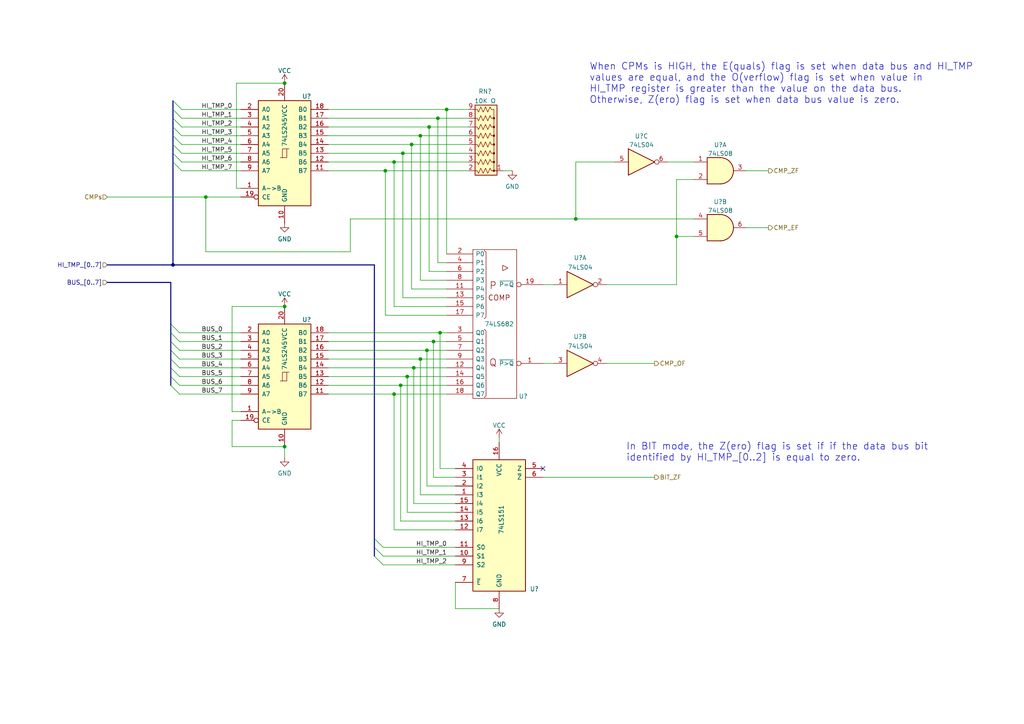
<source format=kicad_sch>
(kicad_sch (version 20211123) (generator eeschema)
  (paper "A4")
  (title_block (title "Advanced Arithmetic Logic Unit - Comparison Unit"))
  (lib_symbols
    (symbol "74xx:74LS04"
      (property "Reference" "U" (at 0 1.27 0))
      (property "Value" "74LS04" (at 0 -1.27 0))
      (symbol "74LS04_1_0"
        (polyline (pts (xy -3.81 3.81) (xy -3.81 -3.81) (xy 3.81 0) (xy -3.81 3.81)) (stroke (width 0.254)) (fill (type background)))
        (pin input line (at -7.62 0 0) (length 3.81) (name "~") (number "1"))
        (pin output inverted (at 7.62 0 180) (length 3.81) (name "~") (number "2"))
      )
      (symbol "74LS04_2_0"
        (polyline (pts (xy -3.81 3.81) (xy -3.81 -3.81) (xy 3.81 0) (xy -3.81 3.81)) (stroke (width 0.254)) (fill (type background)))
        (pin input line (at -7.62 0 0) (length 3.81) (name "~") (number "3"))
        (pin output inverted (at 7.62 0 180) (length 3.81) (name "~") (number "4"))
      )
      (symbol "74LS04_3_0"
        (polyline (pts (xy -3.81 3.81) (xy -3.81 -3.81) (xy 3.81 0) (xy -3.81 3.81)) (stroke (width 0.254)) (fill (type background)))
        (pin input line (at -7.62 0 0) (length 3.81) (name "~") (number "5"))
        (pin output inverted (at 7.62 0 180) (length 3.81) (name "~") (number "6"))
      )
      (symbol "74LS04_4_0"
        (polyline (pts (xy -3.81 3.81) (xy -3.81 -3.81) (xy 3.81 0) (xy -3.81 3.81)) (stroke (width 0.254)) (fill (type background)))
        (pin output inverted (at 7.62 0 180) (length 3.81) (name "~") (number "8"))
        (pin input line (at -7.62 0 0) (length 3.81) (name "~") (number "9"))
      )
      (symbol "74LS04_5_0"
        (polyline (pts (xy -3.81 3.81) (xy -3.81 -3.81) (xy 3.81 0) (xy -3.81 3.81)) (stroke (width 0.254)) (fill (type background)))
        (pin output inverted (at 7.62 0 180) (length 3.81) (name "~") (number "10"))
        (pin input line (at -7.62 0 0) (length 3.81) (name "~") (number "11"))
      )
      (symbol "74LS04_6_0"
        (polyline (pts (xy -3.81 3.81) (xy -3.81 -3.81) (xy 3.81 0) (xy -3.81 3.81)) (stroke (width 0.254)) (fill (type background)))
        (pin output inverted (at 7.62 0 180) (length 3.81) (name "~") (number "12"))
        (pin input line (at -7.62 0 0) (length 3.81) (name "~") (number "13"))
      )
      (symbol "74LS04_7_0"
        (pin power_in line (at 0 12.7 270) (length 5.08) (name "VCC") (number "14"))
        (pin power_in line (at 0 -12.7 90) (length 5.08) (name "GND") (number "7"))
      )
      (symbol "74LS04_7_1"
        (rectangle (start -5.08 7.62) (end 5.08 -7.62) (stroke (width 0.254)) (fill (type background)))
      )
    )
    (symbol "74xx:74LS08" (pin_names (offset 1.016))
      (property "Reference" "U" (at 0 1.27 0))
      (property "Value" "74LS08" (at 0 -1.27 0))
      (symbol "74LS08_1_1"
        (arc (start 0 -3.81) (mid 3.81 0) (end 0 3.81) (stroke (width 0.254)) (fill (type background)))
        (polyline (pts (xy 0 3.81) (xy -3.81 3.81) (xy -3.81 -3.81) (xy 0 -3.81)) (stroke (width 0.254)) (fill (type background)))
        (pin input line (at -7.62 2.54 0) (length 3.81) (name "~") (number "1"))
        (pin input line (at -7.62 -2.54 0) (length 3.81) (name "~") (number "2"))
        (pin output line (at 7.62 0 180) (length 3.81) (name "~") (number "3"))
      )
      (symbol "74LS08_1_2"
        (arc (start -3.81 -3.81) (mid -2.589 0) (end -3.81 3.81) (stroke (width 0.254)))
        (arc (start -0.6096 -3.81) (mid 2.1842 -2.5851) (end 3.81 0) (stroke (width 0.254)) (fill (type background)))
        (polyline (pts (xy -3.81 -3.81) (xy -0.635 -3.81)) (stroke (width 0.254)) (fill (type background)))
        (polyline (pts (xy -3.81 3.81) (xy -0.635 3.81)) (stroke (width 0.254)) (fill (type background)))
        (polyline (pts (xy -0.635 3.81) (xy -3.81 3.81) (xy -3.81 3.81) (xy -3.556 3.4036) (xy -3.0226 2.2606) (xy -2.6924 1.0414) (xy -2.6162 -0.254) (xy -2.7686 -1.4986) (xy -3.175 -2.7178) (xy -3.81 -3.81) (xy -3.81 -3.81) (xy -0.635 -3.81)) (stroke (width -25.4)) (fill (type background)))
        (arc (start 3.81 0) (mid 2.1915 2.5936) (end -0.6096 3.81) (stroke (width 0.254)) (fill (type background)))
        (pin input inverted (at -7.62 2.54 0) (length 4.318) (name "~") (number "1"))
        (pin input inverted (at -7.62 -2.54 0) (length 4.318) (name "~") (number "2"))
        (pin output inverted (at 7.62 0 180) (length 3.81) (name "~") (number "3"))
      )
      (symbol "74LS08_2_1"
        (arc (start 0 -3.81) (mid 3.81 0) (end 0 3.81) (stroke (width 0.254)) (fill (type background)))
        (polyline (pts (xy 0 3.81) (xy -3.81 3.81) (xy -3.81 -3.81) (xy 0 -3.81)) (stroke (width 0.254)) (fill (type background)))
        (pin input line (at -7.62 2.54 0) (length 3.81) (name "~") (number "4"))
        (pin input line (at -7.62 -2.54 0) (length 3.81) (name "~") (number "5"))
        (pin output line (at 7.62 0 180) (length 3.81) (name "~") (number "6"))
      )
      (symbol "74LS08_2_2"
        (arc (start -3.81 -3.81) (mid -2.589 0) (end -3.81 3.81) (stroke (width 0.254)))
        (arc (start -0.6096 -3.81) (mid 2.1842 -2.5851) (end 3.81 0) (stroke (width 0.254)) (fill (type background)))
        (polyline (pts (xy -3.81 -3.81) (xy -0.635 -3.81)) (stroke (width 0.254)) (fill (type background)))
        (polyline (pts (xy -3.81 3.81) (xy -0.635 3.81)) (stroke (width 0.254)) (fill (type background)))
        (polyline (pts (xy -0.635 3.81) (xy -3.81 3.81) (xy -3.81 3.81) (xy -3.556 3.4036) (xy -3.0226 2.2606) (xy -2.6924 1.0414) (xy -2.6162 -0.254) (xy -2.7686 -1.4986) (xy -3.175 -2.7178) (xy -3.81 -3.81) (xy -3.81 -3.81) (xy -0.635 -3.81)) (stroke (width -25.4)) (fill (type background)))
        (arc (start 3.81 0) (mid 2.1915 2.5936) (end -0.6096 3.81) (stroke (width 0.254)) (fill (type background)))
        (pin input inverted (at -7.62 2.54 0) (length 4.318) (name "~") (number "4"))
        (pin input inverted (at -7.62 -2.54 0) (length 4.318) (name "~") (number "5"))
        (pin output inverted (at 7.62 0 180) (length 3.81) (name "~") (number "6"))
      )
      (symbol "74LS08_3_1"
        (arc (start 0 -3.81) (mid 3.81 0) (end 0 3.81) (stroke (width 0.254)) (fill (type background)))
        (polyline (pts (xy 0 3.81) (xy -3.81 3.81) (xy -3.81 -3.81) (xy 0 -3.81)) (stroke (width 0.254)) (fill (type background)))
        (pin input line (at -7.62 -2.54 0) (length 3.81) (name "~") (number "10"))
        (pin output line (at 7.62 0 180) (length 3.81) (name "~") (number "8"))
        (pin input line (at -7.62 2.54 0) (length 3.81) (name "~") (number "9"))
      )
      (symbol "74LS08_3_2"
        (arc (start -3.81 -3.81) (mid -2.589 0) (end -3.81 3.81) (stroke (width 0.254)))
        (arc (start -0.6096 -3.81) (mid 2.1842 -2.5851) (end 3.81 0) (stroke (width 0.254)) (fill (type background)))
        (polyline (pts (xy -3.81 -3.81) (xy -0.635 -3.81)) (stroke (width 0.254)) (fill (type background)))
        (polyline (pts (xy -3.81 3.81) (xy -0.635 3.81)) (stroke (width 0.254)) (fill (type background)))
        (polyline (pts (xy -0.635 3.81) (xy -3.81 3.81) (xy -3.81 3.81) (xy -3.556 3.4036) (xy -3.0226 2.2606) (xy -2.6924 1.0414) (xy -2.6162 -0.254) (xy -2.7686 -1.4986) (xy -3.175 -2.7178) (xy -3.81 -3.81) (xy -3.81 -3.81) (xy -0.635 -3.81)) (stroke (width -25.4)) (fill (type background)))
        (arc (start 3.81 0) (mid 2.1915 2.5936) (end -0.6096 3.81) (stroke (width 0.254)) (fill (type background)))
        (pin input inverted (at -7.62 -2.54 0) (length 4.318) (name "~") (number "10"))
        (pin output inverted (at 7.62 0 180) (length 3.81) (name "~") (number "8"))
        (pin input inverted (at -7.62 2.54 0) (length 4.318) (name "~") (number "9"))
      )
      (symbol "74LS08_4_1"
        (arc (start 0 -3.81) (mid 3.81 0) (end 0 3.81) (stroke (width 0.254)) (fill (type background)))
        (polyline (pts (xy 0 3.81) (xy -3.81 3.81) (xy -3.81 -3.81) (xy 0 -3.81)) (stroke (width 0.254)) (fill (type background)))
        (pin output line (at 7.62 0 180) (length 3.81) (name "~") (number "11"))
        (pin input line (at -7.62 2.54 0) (length 3.81) (name "~") (number "12"))
        (pin input line (at -7.62 -2.54 0) (length 3.81) (name "~") (number "13"))
      )
      (symbol "74LS08_4_2"
        (arc (start -3.81 -3.81) (mid -2.589 0) (end -3.81 3.81) (stroke (width 0.254)))
        (arc (start -0.6096 -3.81) (mid 2.1842 -2.5851) (end 3.81 0) (stroke (width 0.254)) (fill (type background)))
        (polyline (pts (xy -3.81 -3.81) (xy -0.635 -3.81)) (stroke (width 0.254)) (fill (type background)))
        (polyline (pts (xy -3.81 3.81) (xy -0.635 3.81)) (stroke (width 0.254)) (fill (type background)))
        (polyline (pts (xy -0.635 3.81) (xy -3.81 3.81) (xy -3.81 3.81) (xy -3.556 3.4036) (xy -3.0226 2.2606) (xy -2.6924 1.0414) (xy -2.6162 -0.254) (xy -2.7686 -1.4986) (xy -3.175 -2.7178) (xy -3.81 -3.81) (xy -3.81 -3.81) (xy -0.635 -3.81)) (stroke (width -25.4)) (fill (type background)))
        (arc (start 3.81 0) (mid 2.1915 2.5936) (end -0.6096 3.81) (stroke (width 0.254)) (fill (type background)))
        (pin output inverted (at 7.62 0 180) (length 3.81) (name "~") (number "11"))
        (pin input inverted (at -7.62 2.54 0) (length 4.318) (name "~") (number "12"))
        (pin input inverted (at -7.62 -2.54 0) (length 4.318) (name "~") (number "13"))
      )
      (symbol "74LS08_5_0"
        (pin power_in line (at 0 12.7 270) (length 5.08) (name "VCC") (number "14"))
        (pin power_in line (at 0 -12.7 90) (length 5.08) (name "GND") (number "7"))
      )
      (symbol "74LS08_5_1"
        (rectangle (start -5.08 7.62) (end 5.08 -7.62) (stroke (width 0.254)) (fill (type background)))
      )
    )
    (symbol "74xx:74LS151" (pin_names (offset 1.016))
      (property "Reference" "U" (at -7.62 19.05 0))
      (property "Value" "74LS151" (at -7.62 -21.59 0))
      (symbol "74LS151_1_0"
        (pin input line (at -12.7 7.62 0) (length 5.08) (name "I3") (number "1"))
        (pin input line (at -12.7 -10.16 0) (length 5.08) (name "S1") (number "10"))
        (pin input line (at -12.7 -7.62 0) (length 5.08) (name "S0") (number "11"))
        (pin input line (at -12.7 -2.54 0) (length 5.08) (name "I7") (number "12"))
        (pin input line (at -12.7 0 0) (length 5.08) (name "I6") (number "13"))
        (pin input line (at -12.7 2.54 0) (length 5.08) (name "I5") (number "14"))
        (pin input line (at -12.7 5.08 0) (length 5.08) (name "I4") (number "15"))
        (pin power_in line (at 0 22.86 270) (length 5.08) (name "VCC") (number "16"))
        (pin input line (at -12.7 10.16 0) (length 5.08) (name "I2") (number "2"))
        (pin input line (at -12.7 12.7 0) (length 5.08) (name "I1") (number "3"))
        (pin input line (at -12.7 15.24 0) (length 5.08) (name "I0") (number "4"))
        (pin output line (at 12.7 15.24 180) (length 5.08) (name "Z") (number "5"))
        (pin output line (at 12.7 12.7 180) (length 5.08) (name "~{Z}") (number "6"))
        (pin input line (at -12.7 -17.78 0) (length 5.08) (name "~{E}") (number "7"))
        (pin power_in line (at 0 -25.4 90) (length 5.08) (name "GND") (number "8"))
        (pin input line (at -12.7 -12.7 0) (length 5.08) (name "S2") (number "9"))
      )
      (symbol "74LS151_1_1"
        (rectangle (start -7.62 17.78) (end 7.62 -20.32) (stroke (width 0.254)) (fill (type background)))
      )
    )
    (symbol "74xx:74LS245" (pin_names (offset 1.016))
      (property "Reference" "U" (at -7.62 16.51 0))
      (property "Value" "74LS245" (at -7.62 -16.51 0))
      (symbol "74LS245_1_0"
        (polyline (pts (xy -0.635 -1.27) (xy -0.635 1.27) (xy 0.635 1.27)))
        (polyline (pts (xy -1.27 -1.27) (xy 0.635 -1.27) (xy 0.635 1.27) (xy 1.27 1.27)))
        (pin input line (at -12.7 -10.16 0) (length 5.08) (name "A->B") (number "1"))
        (pin power_in line (at 0 -20.32 90) (length 5.08) (name "GND") (number "10"))
        (pin tri_state line (at 12.7 -5.08 180) (length 5.08) (name "B7") (number "11"))
        (pin tri_state line (at 12.7 -2.54 180) (length 5.08) (name "B6") (number "12"))
        (pin tri_state line (at 12.7 0 180) (length 5.08) (name "B5") (number "13"))
        (pin tri_state line (at 12.7 2.54 180) (length 5.08) (name "B4") (number "14"))
        (pin tri_state line (at 12.7 5.08 180) (length 5.08) (name "B3") (number "15"))
        (pin tri_state line (at 12.7 7.62 180) (length 5.08) (name "B2") (number "16"))
        (pin tri_state line (at 12.7 10.16 180) (length 5.08) (name "B1") (number "17"))
        (pin tri_state line (at 12.7 12.7 180) (length 5.08) (name "B0") (number "18"))
        (pin input inverted (at -12.7 -12.7 0) (length 5.08) (name "CE") (number "19"))
        (pin tri_state line (at -12.7 12.7 0) (length 5.08) (name "A0") (number "2"))
        (pin power_in line (at 0 20.32 270) (length 5.08) (name "VCC") (number "20"))
        (pin tri_state line (at -12.7 10.16 0) (length 5.08) (name "A1") (number "3"))
        (pin tri_state line (at -12.7 7.62 0) (length 5.08) (name "A2") (number "4"))
        (pin tri_state line (at -12.7 5.08 0) (length 5.08) (name "A3") (number "5"))
        (pin tri_state line (at -12.7 2.54 0) (length 5.08) (name "A4") (number "6"))
        (pin tri_state line (at -12.7 0 0) (length 5.08) (name "A5") (number "7"))
        (pin tri_state line (at -12.7 -2.54 0) (length 5.08) (name "A6") (number "8"))
        (pin tri_state line (at -12.7 -5.08 0) (length 5.08) (name "A7") (number "9"))
      )
      (symbol "74LS245_1_1"
        (rectangle (start -7.62 15.24) (end 7.62 -15.24) (stroke (width 0.254)) (fill (type background)))
      )
    )
    (symbol "74xx_IEEE:74LS682" (pin_names (offset 0.762))
      (property "Reference" "U" (at 7.62 22.86 0))
      (property "Value" "74LS682" (at 10.16 -22.86 0))
      (symbol "74LS682_0_0"
        (polyline (pts (xy 2.286 17.018) (xy 2.286 15.494) (xy 3.81 16.256) (xy 2.286 17.018) (xy 2.286 17.018)))
        (text "COMP" (at 1.27 7.62 0) (effects (font (size 1.524 1.524))))
        (text "P" (at -0.508 11.176 0) (effects (font (size 2.032 2.032))))
        (text "Q" (at -0.508 -11.176 0) (effects (font (size 2.032 2.032))))
      )
      (symbol "74LS682_0_1"
        (rectangle (start -6.35 21.59) (end 6.35 -21.59))
        (polyline (pts (xy -3.048 -1.524) (xy -2.54 -2.032) (xy -2.54 -20.828) (xy -3.048 -21.336) (xy -3.048 -21.336)))
        (polyline (pts (xy -3.048 21.336) (xy -2.54 20.828) (xy -2.54 2.032) (xy -3.048 1.524) (xy -3.048 1.524)))
        (pin power_in line (at 0 -21.59 90) (length 0) hide (name "Gnd") (number "10"))
      )
      (symbol "74LS682_1_1"
        (pin output inverted (at 13.97 -11.43 180) (length 7.62) (name "~{P>Q}") (number "1"))
        (pin input line (at -13.97 10.16 0) (length 7.62) (name "P4") (number "11"))
        (pin input line (at -13.97 -12.7 0) (length 7.62) (name "Q4") (number "12"))
        (pin input line (at -13.97 7.62 0) (length 7.62) (name "P5") (number "13"))
        (pin input line (at -13.97 -15.24 0) (length 7.62) (name "Q5") (number "14"))
        (pin input line (at -13.97 5.08 0) (length 7.62) (name "P6") (number "15"))
        (pin input line (at -13.97 -17.78 0) (length 7.62) (name "Q6") (number "16"))
        (pin input line (at -13.97 2.54 0) (length 7.62) (name "P7") (number "17"))
        (pin input line (at -13.97 -20.32 0) (length 7.62) (name "Q7") (number "18"))
        (pin output inverted (at 13.97 11.43 180) (length 7.62) (name "~{P=Q}") (number "19"))
        (pin input line (at -13.97 20.32 0) (length 7.62) (name "P0") (number "2"))
        (pin power_in line (at 0 21.59 270) (length 0) hide (name "Vcc") (number "20"))
        (pin input line (at -13.97 -2.54 0) (length 7.62) (name "Q0") (number "3"))
        (pin input line (at -13.97 17.78 0) (length 7.62) (name "P1") (number "4"))
        (pin input line (at -13.97 -5.08 0) (length 7.62) (name "Q1") (number "5"))
        (pin input line (at -13.97 15.24 0) (length 7.62) (name "P2") (number "6"))
        (pin input line (at -13.97 -7.62 0) (length 7.62) (name "Q2") (number "7"))
        (pin input line (at -13.97 12.7 0) (length 7.62) (name "P3") (number "8"))
        (pin input line (at -13.97 -10.16 0) (length 7.62) (name "Q3") (number "9"))
      )
    )
    (symbol "Device:R_Network08_US" (pin_names (offset 0) hide)
      (property "Reference" "RN" (at -12.7 0 90))
      (property "Value" "R_Network08_US" (at 10.16 0 90))
      (symbol "R_Network08_US_0_1"
        (rectangle (start -11.43 -3.175) (end 8.89 3.175) (stroke (width 0.254)) (fill (type background)))
        (circle (center -10.16 2.286) (radius 0.254) (fill (type outline)))
        (circle (center -7.62 2.286) (radius 0.254) (fill (type outline)))
        (circle (center -5.08 2.286) (radius 0.254) (fill (type outline)))
        (circle (center -2.54 2.286) (radius 0.254) (fill (type outline)))
        (polyline (pts (xy -10.16 2.286) (xy 7.62 2.286)))
        (polyline (pts (xy -10.16 2.286) (xy -10.16 1.524) (xy -9.398 1.1684) (xy -10.922 0.508) (xy -9.398 -0.1524) (xy -10.922 -0.8382) (xy -9.398 -1.524) (xy -10.922 -2.1844) (xy -10.16 -2.54) (xy -10.16 -3.81)))
        (polyline (pts (xy -7.62 2.286) (xy -7.62 1.524) (xy -6.858 1.1684) (xy -8.382 0.508) (xy -6.858 -0.1524) (xy -8.382 -0.8382) (xy -6.858 -1.524) (xy -8.382 -2.1844) (xy -7.62 -2.54) (xy -7.62 -3.81)))
        (polyline (pts (xy -5.08 2.286) (xy -5.08 1.524) (xy -4.318 1.1684) (xy -5.842 0.508) (xy -4.318 -0.1524) (xy -5.842 -0.8382) (xy -4.318 -1.524) (xy -5.842 -2.1844) (xy -5.08 -2.54) (xy -5.08 -3.81)))
        (polyline (pts (xy -2.54 2.286) (xy -2.54 1.524) (xy -1.778 1.1684) (xy -3.302 0.508) (xy -1.778 -0.1524) (xy -3.302 -0.8382) (xy -1.778 -1.524) (xy -3.302 -2.1844) (xy -2.54 -2.54) (xy -2.54 -3.81)))
        (polyline (pts (xy 0 2.286) (xy 0 1.524) (xy 0.762 1.1684) (xy -0.762 0.508) (xy 0.762 -0.1524) (xy -0.762 -0.8382) (xy 0.762 -1.524) (xy -0.762 -2.1844) (xy 0 -2.54) (xy 0 -3.81)))
        (polyline (pts (xy 2.54 2.286) (xy 2.54 1.524) (xy 3.302 1.1684) (xy 1.778 0.508) (xy 3.302 -0.1524) (xy 1.778 -0.8382) (xy 3.302 -1.524) (xy 1.778 -2.1844) (xy 2.54 -2.54) (xy 2.54 -3.81)))
        (polyline (pts (xy 5.08 2.286) (xy 5.08 1.524) (xy 5.842 1.1684) (xy 4.318 0.508) (xy 5.842 -0.1524) (xy 4.318 -0.8382) (xy 5.842 -1.524) (xy 4.318 -2.1844) (xy 5.08 -2.54) (xy 5.08 -3.81)))
        (polyline (pts (xy 7.62 2.286) (xy 7.62 1.524) (xy 8.382 1.1684) (xy 6.858 0.508) (xy 8.382 -0.1524) (xy 6.858 -0.8382) (xy 8.382 -1.524) (xy 6.858 -2.1844) (xy 7.62 -2.54) (xy 7.62 -3.81)))
        (circle (center 0 2.286) (radius 0.254) (fill (type outline)))
        (circle (center 2.54 2.286) (radius 0.254) (fill (type outline)))
        (circle (center 5.08 2.286) (radius 0.254) (fill (type outline)))
      )
      (symbol "R_Network08_US_1_1"
        (pin passive line (at -10.16 5.08 270) (length 2.54) (name "common") (number "1"))
        (pin passive line (at -10.16 -5.08 90) (length 1.27) (name "R1") (number "2"))
        (pin passive line (at -7.62 -5.08 90) (length 1.27) (name "R2") (number "3"))
        (pin passive line (at -5.08 -5.08 90) (length 1.27) (name "R3") (number "4"))
        (pin passive line (at -2.54 -5.08 90) (length 1.27) (name "R4") (number "5"))
        (pin passive line (at 0 -5.08 90) (length 1.27) (name "R5") (number "6"))
        (pin passive line (at 2.54 -5.08 90) (length 1.27) (name "R6") (number "7"))
        (pin passive line (at 5.08 -5.08 90) (length 1.27) (name "R7") (number "8"))
        (pin passive line (at 7.62 -5.08 90) (length 1.27) (name "R8") (number "9"))
      )
    )
    (symbol "power:GND" (power) (pin_names (offset 0))
      (property "Value" "GND" (at 0 -3.81 0))
      (symbol "GND_0_1"
        (polyline (pts (xy 0 0) (xy 0 -1.27) (xy 1.27 -1.27) (xy 0 -2.54) (xy -1.27 -1.27) (xy 0 -1.27)))
      )
      (symbol "GND_1_1"
        (pin power_in line (at 0 0 270) (length 0) hide (name "GND") (number "1"))
      )
    )
    (symbol "power:VCC" (power) (pin_names (offset 0))
      (property "Value" "VCC" (at 0 3.81 0))
      (symbol "VCC_0_1"
        (polyline (pts (xy -0.762 1.27) (xy 0 2.54)))
        (polyline (pts (xy 0 0) (xy 0 2.54)))
        (polyline (pts (xy 0 2.54) (xy 0.762 1.27)))
      )
      (symbol "VCC_1_1"
        (pin power_in line (at 0 0 90) (length 0) hide (name "VCC") (number "1"))
      )
    )
  )
  (junction (at 119.38 41.91))
  (junction (at 114.3 46.99))
  (junction (at 59.69 57.15))
  (junction (at 121.92 39.37))
  (junction (at 129.54 31.75))
  (junction (at 82.55 129.54))
  (junction (at 196.215 68.58))
  (junction (at 82.55 88.9))
  (junction (at 120.015 106.68))
  (junction (at 116.205 111.76))
  (junction (at 127 34.29))
  (junction (at 114.3 114.3))
  (junction (at 167.005 63.5))
  (junction (at 121.92 104.14))
  (junction (at 111.76 49.53))
  (junction (at 124.46 36.83))
  (junction (at 118.11 109.22))
  (junction (at 127.635 96.52))
  (junction (at 50.165 76.835))
  (junction (at 123.825 101.6))
  (junction (at 116.84 44.45))
  (junction (at 125.73 99.06))
  (junction (at 82.55 24.13))
  (no_connect (at 157.48 135.89))
  (bus_entry (at 108.585 156.21) (size 2.54 2.54))
  (bus_entry (at 49.53 111.76) (size 2.54 2.54))
  (bus_entry (at 49.53 101.6) (size 2.54 2.54))
  (bus_entry (at 49.53 106.68) (size 2.54 2.54))
  (bus_entry (at 50.165 34.29) (size 2.54 2.54))
  (bus_entry (at 108.585 161.29) (size 2.54 2.54))
  (bus_entry (at 49.53 99.06) (size 2.54 2.54))
  (bus_entry (at 49.53 104.14) (size 2.54 2.54))
  (bus_entry (at 50.165 31.75) (size 2.54 2.54))
  (bus_entry (at 50.165 41.91) (size 2.54 2.54))
  (bus_entry (at 108.585 158.75) (size 2.54 2.54))
  (bus_entry (at 49.53 96.52) (size 2.54 2.54))
  (bus_entry (at 49.53 93.98) (size 2.54 2.54))
  (bus_entry (at 50.165 39.37) (size 2.54 2.54))
  (bus_entry (at 50.165 46.99) (size 2.54 2.54))
  (bus_entry (at 49.53 109.22) (size 2.54 2.54))
  (bus_entry (at 50.165 29.21) (size 2.54 2.54))
  (bus_entry (at 50.165 36.83) (size 2.54 2.54))
  (bus_entry (at 50.165 44.45) (size 2.54 2.54))
  (wire (pts (xy 82.55 129.54) (xy 67.31 129.54)))
  (wire (pts (xy 52.07 96.52) (xy 69.85 96.52)))
  (bus (pts (xy 50.165 31.75) (xy 50.165 29.21)))
  (wire (pts (xy 120.015 106.68) (xy 129.54 106.68)))
  (wire (pts (xy 129.54 73.66) (xy 129.54 31.75)))
  (wire (pts (xy 95.25 36.83) (xy 124.46 36.83)))
  (bus (pts (xy 50.165 44.45) (xy 50.165 41.91)))
  (wire (pts (xy 116.205 151.13) (xy 132.08 151.13)))
  (wire (pts (xy 67.31 119.38) (xy 67.31 88.9)))
  (bus (pts (xy 49.53 93.98) (xy 49.53 81.915)))
  (wire (pts (xy 129.54 31.75) (xy 135.89 31.75)))
  (wire (pts (xy 52.07 109.22) (xy 69.85 109.22)))
  (bus (pts (xy 108.585 161.29) (xy 108.585 158.75)))
  (bus (pts (xy 50.165 39.37) (xy 50.165 36.83)))
  (wire (pts (xy 116.84 44.45) (xy 116.84 86.36)))
  (wire (pts (xy 120.015 106.68) (xy 120.015 146.05)))
  (wire (pts (xy 52.07 114.3) (xy 69.85 114.3)))
  (bus (pts (xy 49.53 99.06) (xy 49.53 96.52)))
  (wire (pts (xy 121.92 104.14) (xy 129.54 104.14)))
  (wire (pts (xy 59.69 57.15) (xy 69.85 57.15)))
  (wire (pts (xy 123.825 140.97) (xy 132.08 140.97)))
  (wire (pts (xy 52.07 101.6) (xy 69.85 101.6)))
  (wire (pts (xy 123.825 101.6) (xy 123.825 140.97)))
  (wire (pts (xy 167.005 63.5) (xy 167.005 46.99)))
  (wire (pts (xy 121.92 143.51) (xy 132.08 143.51)))
  (wire (pts (xy 124.46 78.74) (xy 129.54 78.74)))
  (wire (pts (xy 68.58 24.13) (xy 82.55 24.13)))
  (wire (pts (xy 101.6 63.5) (xy 167.005 63.5)))
  (wire (pts (xy 193.675 46.99) (xy 201.295 46.99)))
  (wire (pts (xy 52.705 41.91) (xy 69.85 41.91)))
  (wire (pts (xy 95.25 34.29) (xy 127 34.29)))
  (wire (pts (xy 124.46 36.83) (xy 124.46 78.74)))
  (wire (pts (xy 119.38 83.82) (xy 129.54 83.82)))
  (wire (pts (xy 95.25 46.99) (xy 114.3 46.99)))
  (wire (pts (xy 125.73 138.43) (xy 132.08 138.43)))
  (wire (pts (xy 119.38 41.91) (xy 135.89 41.91)))
  (bus (pts (xy 50.165 46.99) (xy 50.165 76.835)))
  (wire (pts (xy 59.69 57.15) (xy 59.69 73.025)))
  (wire (pts (xy 82.55 129.54) (xy 82.55 132.715)))
  (bus (pts (xy 50.165 76.835) (xy 108.585 76.835)))
  (bus (pts (xy 50.165 41.91) (xy 50.165 39.37)))
  (wire (pts (xy 121.92 104.14) (xy 121.92 143.51)))
  (wire (pts (xy 120.015 146.05) (xy 132.08 146.05)))
  (wire (pts (xy 52.07 104.14) (xy 69.85 104.14)))
  (wire (pts (xy 101.6 73.025) (xy 101.6 63.5)))
  (wire (pts (xy 144.78 127) (xy 144.78 128.27)))
  (wire (pts (xy 67.31 88.9) (xy 82.55 88.9)))
  (wire (pts (xy 167.005 46.99) (xy 178.435 46.99)))
  (wire (pts (xy 95.25 114.3) (xy 114.3 114.3)))
  (wire (pts (xy 175.895 82.55) (xy 196.215 82.55)))
  (bus (pts (xy 49.53 109.22) (xy 49.53 106.68)))
  (wire (pts (xy 201.295 52.07) (xy 196.215 52.07)))
  (wire (pts (xy 52.705 44.45) (xy 69.85 44.45)))
  (bus (pts (xy 49.53 104.14) (xy 49.53 101.6)))
  (wire (pts (xy 127 76.2) (xy 129.54 76.2)))
  (wire (pts (xy 124.46 36.83) (xy 135.89 36.83)))
  (wire (pts (xy 95.25 101.6) (xy 123.825 101.6)))
  (wire (pts (xy 52.705 36.83) (xy 69.85 36.83)))
  (wire (pts (xy 127.635 135.89) (xy 132.08 135.89)))
  (wire (pts (xy 116.205 111.76) (xy 116.205 151.13)))
  (wire (pts (xy 116.84 86.36) (xy 129.54 86.36)))
  (wire (pts (xy 196.215 68.58) (xy 201.295 68.58)))
  (wire (pts (xy 123.825 101.6) (xy 129.54 101.6)))
  (wire (pts (xy 114.3 46.99) (xy 135.89 46.99)))
  (wire (pts (xy 157.48 105.41) (xy 160.655 105.41)))
  (wire (pts (xy 146.05 49.53) (xy 148.59 49.53)))
  (wire (pts (xy 52.07 111.76) (xy 69.85 111.76)))
  (wire (pts (xy 69.85 119.38) (xy 67.31 119.38)))
  (wire (pts (xy 69.85 54.61) (xy 68.58 54.61)))
  (wire (pts (xy 132.08 176.53) (xy 144.78 176.53)))
  (wire (pts (xy 196.215 52.07) (xy 196.215 68.58)))
  (wire (pts (xy 68.58 54.61) (xy 68.58 24.13)))
  (wire (pts (xy 132.08 168.91) (xy 132.08 176.53)))
  (wire (pts (xy 111.76 91.44) (xy 129.54 91.44)))
  (wire (pts (xy 127 34.29) (xy 127 76.2)))
  (wire (pts (xy 114.3 88.9) (xy 129.54 88.9)))
  (bus (pts (xy 108.585 76.835) (xy 108.585 156.21)))
  (wire (pts (xy 127.635 96.52) (xy 129.54 96.52)))
  (wire (pts (xy 52.705 49.53) (xy 69.85 49.53)))
  (wire (pts (xy 118.11 148.59) (xy 132.08 148.59)))
  (wire (pts (xy 52.705 46.99) (xy 69.85 46.99)))
  (wire (pts (xy 125.73 99.06) (xy 125.73 138.43)))
  (wire (pts (xy 116.205 111.76) (xy 129.54 111.76)))
  (wire (pts (xy 116.84 44.45) (xy 135.89 44.45)))
  (wire (pts (xy 157.48 138.43) (xy 189.865 138.43)))
  (wire (pts (xy 111.125 158.75) (xy 132.08 158.75)))
  (bus (pts (xy 50.165 34.29) (xy 50.165 31.75)))
  (wire (pts (xy 95.25 109.22) (xy 118.11 109.22)))
  (wire (pts (xy 125.73 99.06) (xy 129.54 99.06)))
  (bus (pts (xy 49.53 111.76) (xy 49.53 109.22)))
  (wire (pts (xy 95.25 49.53) (xy 111.76 49.53)))
  (wire (pts (xy 52.705 34.29) (xy 69.85 34.29)))
  (bus (pts (xy 108.585 158.75) (xy 108.585 156.21)))
  (wire (pts (xy 216.535 49.53) (xy 222.885 49.53)))
  (wire (pts (xy 52.705 39.37) (xy 69.85 39.37)))
  (wire (pts (xy 67.31 129.54) (xy 67.31 121.92)))
  (wire (pts (xy 127 34.29) (xy 135.89 34.29)))
  (wire (pts (xy 31.115 57.15) (xy 59.69 57.15)))
  (wire (pts (xy 95.25 39.37) (xy 121.92 39.37)))
  (wire (pts (xy 129.54 31.75) (xy 95.25 31.75)))
  (wire (pts (xy 111.76 49.53) (xy 135.89 49.53)))
  (wire (pts (xy 95.25 111.76) (xy 116.205 111.76)))
  (wire (pts (xy 67.31 121.92) (xy 69.85 121.92)))
  (wire (pts (xy 175.895 105.41) (xy 189.865 105.41)))
  (wire (pts (xy 121.92 39.37) (xy 121.92 81.28)))
  (wire (pts (xy 127.635 96.52) (xy 127.635 135.89)))
  (wire (pts (xy 95.25 44.45) (xy 116.84 44.45)))
  (wire (pts (xy 167.005 63.5) (xy 201.295 63.5)))
  (wire (pts (xy 52.705 31.75) (xy 69.85 31.75)))
  (wire (pts (xy 216.535 66.04) (xy 222.885 66.04)))
  (wire (pts (xy 52.07 99.06) (xy 69.85 99.06)))
  (wire (pts (xy 52.07 106.68) (xy 69.85 106.68)))
  (bus (pts (xy 50.165 36.83) (xy 50.165 34.29)))
  (wire (pts (xy 59.69 73.025) (xy 101.6 73.025)))
  (wire (pts (xy 121.92 81.28) (xy 129.54 81.28)))
  (wire (pts (xy 114.3 153.67) (xy 132.08 153.67)))
  (wire (pts (xy 118.11 109.22) (xy 129.54 109.22)))
  (wire (pts (xy 119.38 41.91) (xy 119.38 83.82)))
  (wire (pts (xy 95.25 106.68) (xy 120.015 106.68)))
  (wire (pts (xy 95.25 41.91) (xy 119.38 41.91)))
  (bus (pts (xy 50.165 46.99) (xy 50.165 44.45)))
  (wire (pts (xy 95.25 96.52) (xy 127.635 96.52)))
  (bus (pts (xy 49.53 101.6) (xy 49.53 99.06)))
  (bus (pts (xy 31.115 76.835) (xy 50.165 76.835)))
  (wire (pts (xy 118.11 109.22) (xy 118.11 148.59)))
  (wire (pts (xy 111.76 49.53) (xy 111.76 91.44)))
  (wire (pts (xy 114.3 114.3) (xy 114.3 153.67)))
  (bus (pts (xy 49.53 96.52) (xy 49.53 93.98)))
  (wire (pts (xy 95.25 104.14) (xy 121.92 104.14)))
  (bus (pts (xy 31.115 81.915) (xy 49.53 81.915)))
  (wire (pts (xy 95.25 99.06) (xy 125.73 99.06)))
  (wire (pts (xy 114.3 46.99) (xy 114.3 88.9)))
  (wire (pts (xy 121.92 39.37) (xy 135.89 39.37)))
  (bus (pts (xy 49.53 106.68) (xy 49.53 104.14)))
  (wire (pts (xy 111.125 163.83) (xy 132.08 163.83)))
  (wire (pts (xy 157.48 82.55) (xy 160.655 82.55)))
  (wire (pts (xy 196.215 68.58) (xy 196.215 82.55)))
  (wire (pts (xy 111.125 161.29) (xy 132.08 161.29)))
  (wire (pts (xy 114.3 114.3) (xy 129.54 114.3)))
  (text "In BIT mode, the Z(ero) flag is set if if the data bus bit\nidentified by HI_TMP_[0..2] is equal to zero." (at 181.61 133.985 0) (effects (font (size 2 2)) (justify left bottom)))
  (text "When CPMs is HIGH, the E(quals) flag is set when data bus and HI_TMP\nvalues are equal, and the O(verflow) flag is set when value in\nHI_TMP register is greater than the value on the data bus.\nOtherwise, Z(ero) flag is set when data bus value is zero." (at 170.942 30.226 0) (effects (font (size 2 2)) (justify left bottom)))
  (label "HI_TMP_7" (at 58.42 49.53 0))
  (label "BUS_4" (at 58.42 106.68 0))
  (label "BUS_1" (at 58.42 99.06 0))
  (label "BUS_7" (at 58.42 114.3 0))
  (label "HI_TMP_2" (at 120.65 163.83 0))
  (label "BUS_0" (at 58.42 96.52 0))
  (label "HI_TMP_1" (at 120.65 161.29 0))
  (label "HI_TMP_6" (at 58.42 46.99 0))
  (label "BUS_2" (at 58.42 101.6 0))
  (label "HI_TMP_5" (at 58.42 44.45 0))
  (label "HI_TMP_0" (at 120.65 158.75 0))
  (label "HI_TMP_0" (at 58.42 31.75 0))
  (label "HI_TMP_2" (at 58.42 36.83 0))
  (label "HI_TMP_4" (at 58.42 41.91 0))
  (label "BUS_3" (at 58.42 104.14 0))
  (label "HI_TMP_1" (at 58.42 34.29 0))
  (label "BUS_6" (at 58.42 111.76 0))
  (label "BUS_5" (at 58.42 109.22 0))
  (label "HI_TMP_3" (at 58.42 39.37 0))
  (hierarchical_label "HI_TMP_[0..7]" (shape input) (at 31.115 76.835 180))
  (hierarchical_label "BUS_[0..7]" (shape input) (at 31.115 81.915 180))
  (hierarchical_label "CMPs" (shape input) (at 31.115 57.15 180))
  (hierarchical_label "CMP_EF" (shape output) (at 222.885 66.04 0))
  (hierarchical_label "CMP_ZF" (shape output) (at 222.885 49.53 0))
  (hierarchical_label "BIT_ZF" (shape output) (at 189.865 138.43 0))
  (hierarchical_label "CMP_OF" (shape output) (at 189.865 105.41 0))
  (symbol (lib_id "74xx_IEEE:74LS682") (at 143.51 93.98 0) (unit 1)
    (property "Reference" "U?" (at 151.765 114.935 0))
    (property "Value" "74LS682" (at 144.78 93.98 0))
  )
  (symbol (lib_id "Device:R_Network08_US") (at 140.97 39.37 270) (mirror x) (unit 1)
    (property "Reference" "RN?" (at 140.716 26.5135 90))
    (property "Value" "10K Ω" (at 140.716 29.2886 90))
    (property "Footprint" "Resistor_THT:R_Array_SIP9" (effects hide))
    (property "Datasheet" "http://www.vishay.com/docs/31509/csc.pdf" (effects hide))
  )
  (symbol (lib_id "74xx:74LS08") (at 208.915 49.53 0) (unit 1)
    (property "Reference" "U?" (at 208.915 42.0202 0))
    (property "Value" "74LS08" (at 208.915 44.5571 0))
    (property "Datasheet" "http://www.ti.com/lit/gpn/sn74LS08" (effects hide))
  )
  (symbol (lib_id "power:GND") (at 148.59 49.53 0) (unit 1)
    (property "Reference" "#PWR?" (effects hide))
    (property "Value" "GND" (at 148.59 54.0925 0))
  )
  (symbol (lib_id "74xx:74LS04") (at 168.275 82.55 0) (unit 1)
    (property "Reference" "U?" (at 168.275 74.7735 0))
    (property "Value" "74LS04" (at 168.275 77.5486 0))
    (property "Datasheet" "http://www.ti.com/lit/gpn/sn74LS04" (effects hide))
  )
  (symbol (lib_id "74xx:74LS151") (at 144.78 151.13 0) (unit 1)
    (property "Reference" "U?" (at 153.67 170.815 0) (effects (justify left)))
    (property "Value" "74LS151" (at 145.415 154.94 90) (effects (justify left)))
    (property "Datasheet" "http://www.ti.com/lit/gpn/sn74LS151" (effects hide))
  )
  (symbol (lib_id "power:GND") (at 82.55 132.715 0) (unit 1)
    (property "Reference" "#PWR?" (effects hide))
    (property "Value" "GND" (at 82.55 137.2775 0))
  )
  (symbol (lib_id "power:GND") (at 144.78 176.53 0) (unit 1)
    (property "Reference" "#PWR?" (effects hide))
    (property "Value" "GND" (at 144.78 181.0925 0))
  )
  (symbol (lib_id "74xx:74LS245") (at 82.55 44.45 0) (unit 1)
    (property "Reference" "U?" (at 87.63 27.94 0) (effects (justify left)))
    (property "Value" "74LS245" (at 82.55 42.545 90) (effects (justify left)))
    (property "Datasheet" "http://www.ti.com/lit/gpn/sn74LS245" (effects hide))
  )
  (symbol (lib_id "74xx:74LS08") (at 208.915 66.04 0) (unit 2)
    (property "Reference" "U?" (at 208.915 58.5302 0))
    (property "Value" "74LS08" (at 208.915 61.0671 0))
    (property "Datasheet" "http://www.ti.com/lit/gpn/sn74LS08" (effects hide))
  )
  (symbol (lib_id "74xx:74LS245") (at 82.55 109.22 0) (unit 1)
    (property "Reference" "U?" (at 87.63 92.71 0) (effects (justify left)))
    (property "Value" "74LS245" (at 82.55 107.315 90) (effects (justify left)))
    (property "Datasheet" "http://www.ti.com/lit/gpn/sn74LS245" (effects hide))
  )
  (symbol (lib_id "74xx:74LS04") (at 186.055 46.99 0) (unit 3)
    (property "Reference" "U?" (at 186.055 39.4802 0))
    (property "Value" "74LS04" (at 186.055 42.0171 0))
    (property "Datasheet" "http://www.ti.com/lit/gpn/sn74LS04" (effects hide))
  )
  (symbol (lib_id "power:VCC") (at 82.55 88.9 0) (unit 1)
    (property "Reference" "#PWR?" (effects hide))
    (property "Value" "VCC" (at 82.55 85.2955 0))
  )
  (symbol (lib_id "power:VCC") (at 144.78 127 0) (unit 1)
    (property "Reference" "#PWR?" (effects hide))
    (property "Value" "VCC" (at 144.78 123.3955 0))
  )
  (symbol (lib_id "power:GND") (at 82.55 64.77 0) (unit 1)
    (property "Reference" "#PWR?" (effects hide))
    (property "Value" "GND" (at 82.55 69.3325 0))
  )
  (symbol (lib_id "74xx:74LS04") (at 168.275 105.41 0) (unit 2)
    (property "Reference" "U?" (at 168.275 97.6335 0))
    (property "Value" "74LS04" (at 168.275 100.4086 0))
    (property "Datasheet" "http://www.ti.com/lit/gpn/sn74LS04" (effects hide))
  )
  (symbol (lib_id "power:VCC") (at 82.55 24.13 0) (unit 1)
    (property "Reference" "#PWR?" (effects hide))
    (property "Value" "VCC" (at 82.55 20.5255 0))
  )
)
</source>
